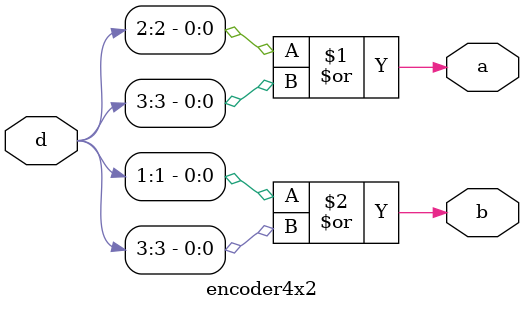
<source format=v>
module encoder4x2 (input [3:0] d, output a, b);
    or (a, d[2], d[3]);
    or (b, d[1], d[3]);
endmodule

</source>
